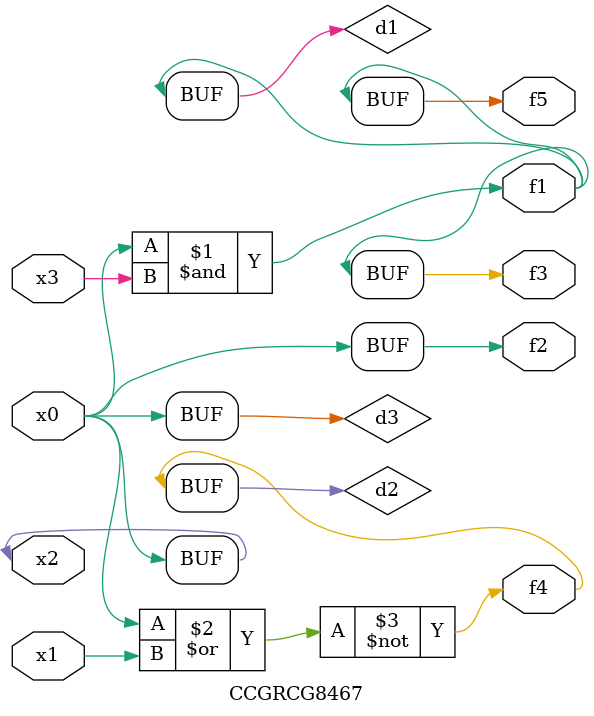
<source format=v>
module CCGRCG8467(
	input x0, x1, x2, x3,
	output f1, f2, f3, f4, f5
);

	wire d1, d2, d3;

	and (d1, x2, x3);
	nor (d2, x0, x1);
	buf (d3, x0, x2);
	assign f1 = d1;
	assign f2 = d3;
	assign f3 = d1;
	assign f4 = d2;
	assign f5 = d1;
endmodule

</source>
